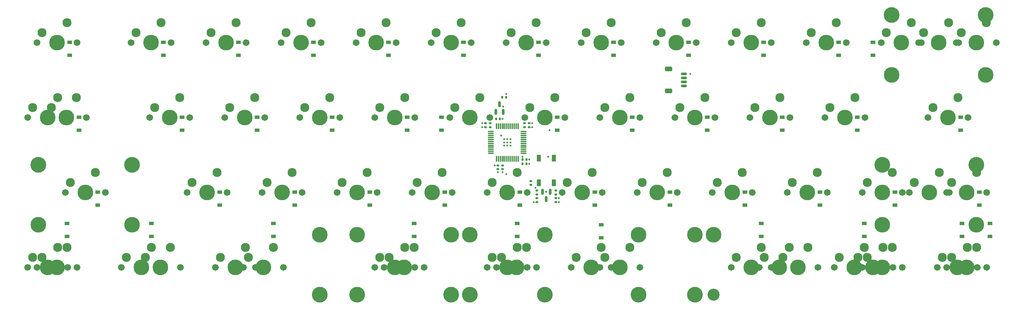
<source format=gbr>
%TF.GenerationSoftware,KiCad,Pcbnew,(6.99.0-5179-g411efe6f3d)*%
%TF.CreationDate,2023-01-30T17:50:43-08:00*%
%TF.ProjectId,pcb,7063622e-6b69-4636-9164-5f7063625858,rev?*%
%TF.SameCoordinates,Original*%
%TF.FileFunction,Soldermask,Bot*%
%TF.FilePolarity,Negative*%
%FSLAX46Y46*%
G04 Gerber Fmt 4.6, Leading zero omitted, Abs format (unit mm)*
G04 Created by KiCad (PCBNEW (6.99.0-5179-g411efe6f3d)) date 2023-01-30 17:50:43*
%MOMM*%
%LPD*%
G01*
G04 APERTURE LIST*
G04 Aperture macros list*
%AMRoundRect*
0 Rectangle with rounded corners*
0 $1 Rounding radius*
0 $2 $3 $4 $5 $6 $7 $8 $9 X,Y pos of 4 corners*
0 Add a 4 corners polygon primitive as box body*
4,1,4,$2,$3,$4,$5,$6,$7,$8,$9,$2,$3,0*
0 Add four circle primitives for the rounded corners*
1,1,$1+$1,$2,$3*
1,1,$1+$1,$4,$5*
1,1,$1+$1,$6,$7*
1,1,$1+$1,$8,$9*
0 Add four rect primitives between the rounded corners*
20,1,$1+$1,$2,$3,$4,$5,0*
20,1,$1+$1,$4,$5,$6,$7,0*
20,1,$1+$1,$6,$7,$8,$9,0*
20,1,$1+$1,$8,$9,$2,$3,0*%
G04 Aperture macros list end*
%ADD10C,1.701800*%
%ADD11C,3.987800*%
%ADD12C,2.300000*%
%ADD13C,3.048000*%
%ADD14C,4.000000*%
%ADD15R,1.200000X0.900000*%
%ADD16RoundRect,0.140000X0.140000X0.170000X-0.140000X0.170000X-0.140000X-0.170000X0.140000X-0.170000X0*%
%ADD17RoundRect,0.150000X0.150000X-0.587500X0.150000X0.587500X-0.150000X0.587500X-0.150000X-0.587500X0*%
%ADD18RoundRect,0.140000X0.170000X-0.140000X0.170000X0.140000X-0.170000X0.140000X-0.170000X-0.140000X0*%
%ADD19RoundRect,0.140000X-0.140000X-0.170000X0.140000X-0.170000X0.140000X0.170000X-0.140000X0.170000X0*%
%ADD20RoundRect,0.140000X-0.170000X0.140000X-0.170000X-0.140000X0.170000X-0.140000X0.170000X0.140000X0*%
%ADD21R,1.000000X1.700000*%
%ADD22RoundRect,0.150000X0.625000X-0.150000X0.625000X0.150000X-0.625000X0.150000X-0.625000X-0.150000X0*%
%ADD23RoundRect,0.250000X0.650000X-0.350000X0.650000X0.350000X-0.650000X0.350000X-0.650000X-0.350000X0*%
%ADD24RoundRect,0.135000X-0.185000X0.135000X-0.185000X-0.135000X0.185000X-0.135000X0.185000X0.135000X0*%
%ADD25RoundRect,0.150000X-0.150000X0.587500X-0.150000X-0.587500X0.150000X-0.587500X0.150000X0.587500X0*%
%ADD26RoundRect,0.075000X0.075000X-0.662500X0.075000X0.662500X-0.075000X0.662500X-0.075000X-0.662500X0*%
%ADD27RoundRect,0.075000X0.662500X-0.075000X0.662500X0.075000X-0.662500X0.075000X-0.662500X-0.075000X0*%
%ADD28C,0.500000*%
G04 APERTURE END LIST*
D10*
%TO.C,SW10*%
X-109934652Y39687600D03*
D11*
X-115014652Y39687600D03*
D10*
X-120094652Y39687600D03*
D12*
X-118824652Y42227600D03*
X-112474652Y44767600D03*
%TD*%
D10*
%TO.C,SW48*%
X61515780Y39687600D03*
D11*
X56435780Y39687600D03*
D10*
X51355780Y39687600D03*
D12*
X52625780Y42227600D03*
X58975780Y44767600D03*
%TD*%
D10*
%TO.C,SW49*%
X35321964Y20637552D03*
D11*
X30241964Y20637552D03*
D10*
X25161964Y20637552D03*
D12*
X26431964Y23177552D03*
X32781964Y25717552D03*
%TD*%
D10*
%TO.C,SW41*%
X28178148Y77787696D03*
D11*
X23098148Y77787696D03*
D10*
X18018148Y77787696D03*
D12*
X19288148Y80327696D03*
X25638148Y82867696D03*
%TD*%
D10*
%TO.C,SW25*%
X-12382544Y20637552D03*
D11*
X-17462544Y20637552D03*
D10*
X-22542544Y20637552D03*
D12*
X-21272544Y23177552D03*
X-14922544Y25717552D03*
%TD*%
D10*
%TO.C,SW1*%
X-155813492Y58737648D03*
D11*
X-150733492Y58737648D03*
D10*
X-145653492Y58737648D03*
D12*
X-154543492Y61277648D03*
X-148193492Y63817648D03*
%TD*%
D10*
%TO.C,SW57*%
X80565828Y20637552D03*
D11*
X75485828Y20637552D03*
D10*
X70405828Y20637552D03*
D12*
X71675828Y23177552D03*
X78025828Y25717552D03*
%TD*%
D10*
%TO.C,SW8*%
X-124222188Y77787696D03*
D11*
X-129302188Y77787696D03*
D10*
X-134382188Y77787696D03*
D12*
X-133112188Y80327696D03*
X-126762188Y82867696D03*
%TD*%
D10*
%TO.C,SW60*%
X82947084Y20637552D03*
D11*
X77867084Y20637552D03*
D10*
X72787084Y20637552D03*
D12*
X74057084Y23177552D03*
X80407084Y25717552D03*
%TD*%
D10*
%TO.C,SW55*%
X59134524Y20637552D03*
D11*
X54054524Y20637552D03*
D10*
X48974524Y20637552D03*
D12*
X50244524Y23177552D03*
X56594524Y25717552D03*
%TD*%
D10*
%TO.C,SW59*%
X82947084Y39687600D03*
D11*
X77867084Y39687600D03*
D10*
X72787084Y39687600D03*
D12*
X74057084Y42227600D03*
X80407084Y44767600D03*
%TD*%
D10*
%TO.C,SW15*%
X-90884604Y39687600D03*
D11*
X-95964604Y39687600D03*
D10*
X-101044604Y39687600D03*
D12*
X-99774604Y42227600D03*
X-93424604Y44767600D03*
%TD*%
D10*
%TO.C,SW36*%
X-5159388Y58737648D03*
D11*
X-10239388Y58737648D03*
D10*
X-15319388Y58737648D03*
D12*
X-14049388Y61277648D03*
X-7699388Y63817648D03*
%TD*%
D10*
%TO.C,SW33*%
X-14684412Y39687600D03*
D11*
X-19764412Y39687600D03*
D10*
X-24844412Y39687600D03*
D12*
X-23574412Y42227600D03*
X-17224412Y44767600D03*
%TD*%
D10*
%TO.C,SW6*%
X-150416004Y20637552D03*
D11*
X-155496004Y20637552D03*
D10*
X-160576004Y20637552D03*
D12*
X-159306004Y23177552D03*
X-152956004Y25717552D03*
%TD*%
D10*
%TO.C,SW30*%
X-31353204Y20637552D03*
D11*
X-36433204Y20637552D03*
D10*
X-41513204Y20637552D03*
D12*
X-40243204Y23177552D03*
X-33893204Y25717552D03*
%TD*%
D10*
%TO.C,SW31*%
X-28971948Y77787696D03*
D11*
X-34051948Y77787696D03*
D10*
X-39131948Y77787696D03*
D12*
X-37861948Y80327696D03*
X-31511948Y82867696D03*
%TD*%
D10*
%TO.C,SW21*%
X-62309532Y20637552D03*
D11*
X-67389532Y20637552D03*
D10*
X-72469532Y20637552D03*
D12*
X-71199532Y23177552D03*
X-64849532Y25717552D03*
%TD*%
D10*
%TO.C,SW7*%
X-121840932Y20637552D03*
D11*
X-126920932Y20637552D03*
D10*
X-132000932Y20637552D03*
D12*
X-130730932Y23177552D03*
X-124380932Y25717552D03*
%TD*%
D13*
%TO.C,S5*%
X-86439460Y13652552D03*
D11*
X8810540Y28892552D03*
D13*
X8810540Y13652552D03*
D11*
X-86439460Y28892552D03*
%TD*%
D10*
%TO.C,SW13*%
X-105172140Y77787696D03*
D11*
X-110252140Y77787696D03*
D10*
X-115332140Y77787696D03*
D12*
X-114062140Y80327696D03*
X-107712140Y82867696D03*
%TD*%
D10*
%TO.C,SW5*%
X-140890980Y39687600D03*
D11*
X-145970980Y39687600D03*
D10*
X-151050980Y39687600D03*
D12*
X-149780980Y42227600D03*
X-143430980Y44767600D03*
%TD*%
D10*
%TO.C,SW16*%
X-102790884Y20637552D03*
D11*
X-107870884Y20637552D03*
D10*
X-112950884Y20637552D03*
D12*
X-111680884Y23177552D03*
X-105330884Y25717552D03*
%TD*%
D10*
%TO.C,SW24*%
X-52784508Y39687600D03*
D11*
X-57864508Y39687600D03*
D10*
X-62944508Y39687600D03*
D12*
X-61674508Y42227600D03*
X-55324508Y44767600D03*
%TD*%
D10*
%TO.C,SW23*%
X-62309532Y58737648D03*
D11*
X-67389532Y58737648D03*
D10*
X-72469532Y58737648D03*
D12*
X-71199532Y61277648D03*
X-64849532Y63817648D03*
%TD*%
D10*
%TO.C,SW46*%
X47228244Y77787696D03*
D11*
X42148244Y77787696D03*
D10*
X37068244Y77787696D03*
D12*
X38338244Y80327696D03*
X44688244Y82867696D03*
%TD*%
D11*
%TO.C,S2*%
X-134064730Y31432600D03*
X-157877230Y31432600D03*
D14*
X-134064730Y46672600D03*
X-157877230Y46672600D03*
%TD*%
D10*
%TO.C,SW26*%
X-48021996Y77787696D03*
D11*
X-53101996Y77787696D03*
D10*
X-58181996Y77787696D03*
D12*
X-56911996Y80327696D03*
X-50561996Y82867696D03*
%TD*%
D11*
%TO.C,S8*%
X-29289406Y28892552D03*
D14*
X-5476906Y13652552D03*
D11*
X-5476906Y28892552D03*
D14*
X-29289406Y13652552D03*
%TD*%
D10*
%TO.C,SW29*%
X-5159388Y20637552D03*
D11*
X-10239388Y20637552D03*
D10*
X-15319388Y20637552D03*
D12*
X-14049388Y23177552D03*
X-7699388Y25717552D03*
%TD*%
D10*
%TO.C,SW43*%
X42465732Y39687600D03*
D11*
X37385732Y39687600D03*
D10*
X32305732Y39687600D03*
D12*
X33575732Y42227600D03*
X39925732Y44767600D03*
%TD*%
D10*
%TO.C,SW37*%
X4365636Y39687600D03*
D11*
X-714364Y39687600D03*
D10*
X-5794364Y39687600D03*
D12*
X-4524364Y42227600D03*
X1825636Y44767600D03*
%TD*%
D10*
%TO.C,SW50*%
X54372012Y20637552D03*
D11*
X49292012Y20637552D03*
D10*
X44212012Y20637552D03*
D12*
X45482012Y23177552D03*
X51832012Y25717552D03*
%TD*%
D10*
%TO.C,SW2*%
X-148034748Y20637552D03*
D11*
X-153114748Y20637552D03*
D10*
X-158194748Y20637552D03*
D12*
X-156924748Y23177552D03*
X-150574748Y25717552D03*
%TD*%
D10*
%TO.C,SW56*%
X75803316Y77787696D03*
D11*
X70723316Y77787696D03*
D10*
X65643316Y77787696D03*
D12*
X66913316Y80327696D03*
X73263316Y82867696D03*
%TD*%
D10*
%TO.C,SW47*%
X51990756Y58737648D03*
D11*
X46910756Y58737648D03*
D10*
X41830756Y58737648D03*
D12*
X43100756Y61277648D03*
X49450756Y63817648D03*
%TD*%
D10*
%TO.C,SW35*%
X-9921900Y77787696D03*
D11*
X-15001900Y77787696D03*
D10*
X-20081900Y77787696D03*
D12*
X-18811900Y80327696D03*
X-12461900Y82867696D03*
%TD*%
D11*
%TO.C,S4*%
X-76914526Y28892552D03*
X-53102026Y28892552D03*
D14*
X-76914526Y13652552D03*
X-53102026Y13652552D03*
%TD*%
D10*
%TO.C,SW42*%
X32940708Y58737648D03*
D11*
X27860708Y58737648D03*
D10*
X22780708Y58737648D03*
D12*
X24050708Y61277648D03*
X30400708Y63817648D03*
%TD*%
D10*
%TO.C,SW32*%
X-24209436Y58737648D03*
D11*
X-29289436Y58737648D03*
D10*
X-34369436Y58737648D03*
D12*
X-33099436Y61277648D03*
X-26749436Y63817648D03*
%TD*%
D10*
%TO.C,SW19*%
X-81359580Y58737648D03*
D11*
X-86439580Y58737648D03*
D10*
X-91519580Y58737648D03*
D12*
X-90249580Y61277648D03*
X-83899580Y63817648D03*
%TD*%
D10*
%TO.C,SW4*%
X-150415992Y58737648D03*
D11*
X-155495992Y58737648D03*
D10*
X-160575992Y58737648D03*
D12*
X-159305992Y61277648D03*
X-152955992Y63817648D03*
%TD*%
D10*
%TO.C,SW40*%
X23415684Y39687600D03*
D11*
X18335684Y39687600D03*
D10*
X13255684Y39687600D03*
D12*
X14525684Y42227600D03*
X20875684Y44767600D03*
%TD*%
D10*
%TO.C,SW9*%
X-119459676Y58737648D03*
D11*
X-124539676Y58737648D03*
D10*
X-129619676Y58737648D03*
D12*
X-128349676Y61277648D03*
X-121999676Y63817648D03*
%TD*%
D10*
%TO.C,SW52*%
X66278292Y77787696D03*
D11*
X61198292Y77787696D03*
D10*
X56118292Y77787696D03*
D12*
X57388292Y80327696D03*
X63738292Y82867696D03*
%TD*%
D11*
%TO.C,S7*%
X-29289388Y28892552D03*
D14*
X-29289388Y13652552D03*
D11*
X8810612Y28892552D03*
D14*
X8810612Y13652552D03*
%TD*%
D10*
%TO.C,SW12*%
X-95647116Y20637552D03*
D11*
X-100727116Y20637552D03*
D10*
X-105807116Y20637552D03*
D12*
X-104537116Y23177552D03*
X-98187116Y25717552D03*
%TD*%
D11*
%TO.C,S6*%
X13573046Y28892552D03*
D13*
X-86439454Y13652552D03*
X13573046Y13652552D03*
D11*
X-86439454Y28892552D03*
%TD*%
D10*
%TO.C,SW61*%
X73422060Y39687600D03*
D11*
X68342060Y39687600D03*
D10*
X63262060Y39687600D03*
D12*
X64532060Y42227600D03*
X70882060Y44767600D03*
%TD*%
D10*
%TO.C,SW51*%
X61515780Y20637552D03*
D11*
X56435780Y20637552D03*
D10*
X51355780Y20637552D03*
D12*
X52625780Y23177552D03*
X58975780Y25717552D03*
%TD*%
D10*
%TO.C,SW34*%
X-33734460Y20637552D03*
D11*
X-38814460Y20637552D03*
D10*
X-43894460Y20637552D03*
D12*
X-42624460Y23177552D03*
X-36274460Y25717552D03*
%TD*%
D10*
%TO.C,SW39*%
X13890660Y58737648D03*
D11*
X8810660Y58737648D03*
D10*
X3730660Y58737648D03*
D12*
X5000660Y61277648D03*
X11350660Y63817648D03*
%TD*%
D10*
%TO.C,SW53*%
X68024572Y58737648D03*
D11*
X73104572Y58737648D03*
D10*
X78184572Y58737648D03*
D12*
X69294572Y61277648D03*
X75644572Y63817648D03*
%TD*%
D10*
%TO.C,SW27*%
X-43259484Y58737648D03*
D11*
X-48339484Y58737648D03*
D10*
X-53419484Y58737648D03*
D12*
X-52149484Y61277648D03*
X-45799484Y63817648D03*
%TD*%
D11*
%TO.C,S1*%
X82629566Y69532696D03*
X58817066Y69532696D03*
D14*
X58817066Y84772696D03*
X82629566Y84772696D03*
%TD*%
D10*
%TO.C,SW22*%
X-67072044Y77787696D03*
D11*
X-72152044Y77787696D03*
D10*
X-77232044Y77787696D03*
D12*
X-75962044Y80327696D03*
X-69612044Y82867696D03*
%TD*%
D10*
%TO.C,SW20*%
X-71834556Y39687600D03*
D11*
X-76914556Y39687600D03*
D10*
X-81994556Y39687600D03*
D12*
X-80724556Y42227600D03*
X-74374556Y44767600D03*
%TD*%
D10*
%TO.C,SW45*%
X40084476Y20637552D03*
D11*
X35004476Y20637552D03*
D10*
X29924476Y20637552D03*
D12*
X31194476Y23177552D03*
X37544476Y25717552D03*
%TD*%
D10*
%TO.C,SW38*%
X9128148Y77787696D03*
D11*
X4048148Y77787696D03*
D10*
X-1031852Y77787696D03*
D12*
X238148Y80327696D03*
X6588148Y82867696D03*
%TD*%
D10*
%TO.C,SW44*%
X28178196Y20637552D03*
D11*
X23098196Y20637552D03*
D10*
X18018196Y20637552D03*
D12*
X19288196Y23177552D03*
X25638196Y25717552D03*
%TD*%
D10*
%TO.C,SW28*%
X-33734460Y39687600D03*
D11*
X-38814460Y39687600D03*
D10*
X-43894460Y39687600D03*
D12*
X-42624460Y42227600D03*
X-36274460Y44767600D03*
%TD*%
D10*
%TO.C,SW17*%
X-59928276Y20637552D03*
D11*
X-65008276Y20637552D03*
D10*
X-70088276Y20637552D03*
D12*
X-68818276Y23177552D03*
X-62468276Y25717552D03*
%TD*%
D10*
%TO.C,SW18*%
X-86122092Y77787696D03*
D11*
X-91202092Y77787696D03*
D10*
X-96282092Y77787696D03*
D12*
X-95012092Y80327696D03*
X-88662092Y82867696D03*
%TD*%
D10*
%TO.C,SW14*%
X-100409628Y58737648D03*
D11*
X-105489628Y58737648D03*
D10*
X-110569628Y58737648D03*
D12*
X-109299628Y61277648D03*
X-102949628Y63817648D03*
%TD*%
D11*
%TO.C,S9*%
X80248310Y31432600D03*
X56435810Y31432600D03*
D14*
X80248310Y46672600D03*
X56435810Y46672600D03*
%TD*%
D10*
%TO.C,SW3*%
X-148034748Y77787696D03*
D11*
X-153114748Y77787696D03*
D10*
X-158194748Y77787696D03*
D12*
X-156924748Y80327696D03*
X-150574748Y82867696D03*
%TD*%
D11*
%TO.C,S3*%
X-86439532Y28892552D03*
D14*
X-86439532Y13652552D03*
D11*
X-48339532Y28892552D03*
D14*
X-48339532Y13652552D03*
%TD*%
D10*
%TO.C,SW11*%
X-126603444Y20637552D03*
D11*
X-131683444Y20637552D03*
D10*
X-136763444Y20637552D03*
D12*
X-135493444Y23177552D03*
X-129143444Y25717552D03*
%TD*%
D10*
%TO.C,SW58*%
X85328340Y77787696D03*
D11*
X80248340Y77787696D03*
D10*
X75168340Y77787696D03*
D12*
X76438340Y80327696D03*
X82788340Y82867696D03*
%TD*%
D15*
%TO.C,D33*%
X21510691Y36450095D03*
X21510691Y39750095D03*
%TD*%
D16*
%TO.C,C12*%
X-40715716Y58340772D03*
X-41675716Y58340772D03*
%TD*%
D15*
%TO.C,D13*%
X-88027083Y74550191D03*
X-88027083Y77850191D03*
%TD*%
%TO.C,D3*%
X-142795971Y36450095D03*
X-142795971Y39750095D03*
%TD*%
%TO.C,D44*%
X51832011Y31812695D03*
X51832011Y28512695D03*
%TD*%
%TO.C,D22*%
X-35639451Y36450095D03*
X-35639451Y39750095D03*
%TD*%
D17*
%TO.C,U2*%
X-39848840Y60181404D03*
X-41748840Y60181404D03*
X-40798840Y62056404D03*
%TD*%
D15*
%TO.C,D1*%
X-149939739Y74550191D03*
X-149939739Y77850191D03*
%TD*%
%TO.C,D4*%
X-150574747Y31812575D03*
X-150574747Y28512575D03*
%TD*%
D18*
%TO.C,C10*%
X-33258196Y56273268D03*
X-33258196Y57233268D03*
%TD*%
D19*
%TO.C,C1*%
X-34928824Y48021996D03*
X-33968824Y48021996D03*
%TD*%
D15*
%TO.C,D29*%
X-7064379Y55500143D03*
X-7064379Y58800143D03*
%TD*%
%TO.C,D34*%
X26273203Y74550191D03*
X26273203Y77850191D03*
%TD*%
D20*
%TO.C,C4*%
X-40005088Y46517616D03*
X-40005088Y45557616D03*
%TD*%
D15*
%TO.C,D25*%
X-26114427Y55500143D03*
X-26114427Y58800143D03*
%TD*%
D18*
%TO.C,C11*%
X-34448824Y56273268D03*
X-34448824Y57233268D03*
%TD*%
D15*
%TO.C,D10*%
X-102314619Y55500143D03*
X-102314619Y58800143D03*
%TD*%
D19*
%TO.C,C2*%
X-34928824Y46914492D03*
X-33968824Y46914492D03*
%TD*%
D15*
%TO.C,D46*%
X76676455Y31812575D03*
X76676455Y28512575D03*
%TD*%
D21*
%TO.C,SW54*%
X-30792559Y48393863D03*
X-30792559Y42093863D03*
X-26992559Y42093863D03*
X-26992559Y48393863D03*
%TD*%
D15*
%TO.C,D12*%
X-98187115Y31812575D03*
X-98187115Y28512575D03*
%TD*%
D20*
%TO.C,C5*%
X-41195716Y46517616D03*
X-41195716Y45557616D03*
%TD*%
D15*
%TO.C,D20*%
X-49926987Y74550191D03*
X-49926987Y77850191D03*
%TD*%
%TO.C,D35*%
X31035715Y55500143D03*
X31035715Y58800143D03*
%TD*%
D20*
%TO.C,C3*%
X-32861320Y42548856D03*
X-32861320Y41588856D03*
%TD*%
D16*
%TO.C,C9*%
X-39128212Y63897036D03*
X-40088212Y63897036D03*
%TD*%
D15*
%TO.C,D37*%
X45323251Y74550191D03*
X45323251Y77850191D03*
%TD*%
%TO.C,D27*%
X-15002247Y31415699D03*
X-15002247Y28115699D03*
%TD*%
%TO.C,D18*%
X-64214523Y55500143D03*
X-64214523Y58800143D03*
%TD*%
%TO.C,D38*%
X50085763Y55500143D03*
X50085763Y58800143D03*
%TD*%
D22*
%TO.C,J1*%
X6048148Y66762672D03*
X6048148Y67762672D03*
X6048148Y68762672D03*
X6048148Y69762672D03*
D23*
X2173148Y71062672D03*
X2173148Y65462672D03*
%TD*%
D15*
%TO.C,D14*%
X-83264571Y55500143D03*
X-83264571Y58800143D03*
%TD*%
D24*
%TO.C,R3*%
X-26511304Y40197600D03*
X-26511304Y39177600D03*
%TD*%
%TO.C,R2*%
X-31273816Y38213220D03*
X-31273816Y37193220D03*
%TD*%
D15*
%TO.C,D11*%
X-92789595Y36450095D03*
X-92789595Y39750095D03*
%TD*%
D25*
%TO.C,Q1*%
X-29842560Y39831348D03*
X-27942560Y39831348D03*
X-28892560Y37956348D03*
%TD*%
D15*
%TO.C,D23*%
X-36274459Y31812575D03*
X-36274459Y28512575D03*
%TD*%
%TO.C,D19*%
X-54689499Y36450095D03*
X-54689499Y39750095D03*
%TD*%
%TO.C,D31*%
X7223155Y74550191D03*
X7223155Y77850191D03*
%TD*%
%TO.C,D40*%
X25638195Y31750079D03*
X25638195Y28450079D03*
%TD*%
%TO.C,D8*%
X-129143443Y31812575D03*
X-129143443Y28512575D03*
%TD*%
%TO.C,D41*%
X54054523Y74550191D03*
X54054523Y77850191D03*
%TD*%
%TO.C,D30*%
X2460643Y36450095D03*
X2460643Y39750095D03*
%TD*%
%TO.C,D32*%
X11985667Y55500143D03*
X11985667Y58800143D03*
%TD*%
%TO.C,D2*%
X-147558483Y55500143D03*
X-147558483Y58800143D03*
%TD*%
%TO.C,D6*%
X-121364667Y55500143D03*
X-121364667Y58800143D03*
%TD*%
D18*
%TO.C,C7*%
X-43180096Y56273268D03*
X-43180096Y57233268D03*
%TD*%
D15*
%TO.C,D42*%
X76279579Y55500143D03*
X76279579Y58800143D03*
%TD*%
D18*
%TO.C,C8*%
X-44370724Y56273268D03*
X-44370724Y57233268D03*
%TD*%
D24*
%TO.C,R1*%
X-31273816Y40197600D03*
X-31273816Y39177600D03*
%TD*%
D15*
%TO.C,D39*%
X59610787Y36450095D03*
X59610787Y39750095D03*
%TD*%
%TO.C,D43*%
X81042091Y36450095D03*
X81042091Y39750095D03*
%TD*%
%TO.C,D24*%
X-30876939Y74550191D03*
X-30876939Y77850191D03*
%TD*%
%TO.C,D7*%
X-111839643Y36450095D03*
X-111839643Y39750095D03*
%TD*%
%TO.C,D15*%
X-73739547Y36450095D03*
X-73739547Y39750095D03*
%TD*%
%TO.C,D28*%
X-11826891Y74550191D03*
X-11826891Y77850191D03*
%TD*%
D20*
%TO.C,C6*%
X-26511304Y38183220D03*
X-26511304Y37223220D03*
%TD*%
D15*
%TO.C,D17*%
X-68977035Y74550191D03*
X-68977035Y77850191D03*
%TD*%
%TO.C,D45*%
X83740835Y31812575D03*
X83740835Y28512575D03*
%TD*%
D26*
%TO.C,U1*%
X-36064460Y48225132D03*
X-36564460Y48225132D03*
X-37064460Y48225132D03*
X-37564460Y48225132D03*
X-38064460Y48225132D03*
X-38564460Y48225132D03*
X-39064460Y48225132D03*
X-39564460Y48225132D03*
X-40064460Y48225132D03*
X-40564460Y48225132D03*
X-41064460Y48225132D03*
X-41564460Y48225132D03*
D27*
X-42976960Y49637632D03*
X-42976960Y50137632D03*
X-42976960Y50637632D03*
X-42976960Y51137632D03*
X-42976960Y51637632D03*
X-42976960Y52137632D03*
X-42976960Y52637632D03*
X-42976960Y53137632D03*
X-42976960Y53637632D03*
X-42976960Y54137632D03*
X-42976960Y54637632D03*
X-42976960Y55137632D03*
D26*
X-41564460Y56550132D03*
X-41064460Y56550132D03*
X-40564460Y56550132D03*
X-40064460Y56550132D03*
X-39564460Y56550132D03*
X-39064460Y56550132D03*
X-38564460Y56550132D03*
X-38064460Y56550132D03*
X-37564460Y56550132D03*
X-37064460Y56550132D03*
X-36564460Y56550132D03*
X-36064460Y56550132D03*
D27*
X-34651960Y55137632D03*
X-34651960Y54637632D03*
X-34651960Y54137632D03*
X-34651960Y53637632D03*
X-34651960Y53137632D03*
X-34651960Y52637632D03*
X-34651960Y52137632D03*
X-34651960Y51637632D03*
X-34651960Y51137632D03*
X-34651960Y50637632D03*
X-34651960Y50137632D03*
X-34651960Y49637632D03*
%TD*%
D15*
%TO.C,D21*%
X-55483251Y55500143D03*
X-55483251Y58800143D03*
%TD*%
%TO.C,D5*%
X-126127179Y74550191D03*
X-126127179Y77850191D03*
%TD*%
%TO.C,D36*%
X40560739Y36450095D03*
X40560739Y39750095D03*
%TD*%
%TO.C,D16*%
X-62468275Y31812695D03*
X-62468275Y28512695D03*
%TD*%
%TO.C,D26*%
X-16589403Y36450095D03*
X-16589403Y39750095D03*
%TD*%
%TO.C,D9*%
X-107077131Y74550191D03*
X-107077131Y77850191D03*
%TD*%
D28*
X-34928824Y48732624D03*
X-32464444Y56273268D03*
X-28412560Y48732624D03*
X-45164476Y56273268D03*
X-41989468Y46517616D03*
X-31670692Y40878228D03*
X-40005088Y58340772D03*
X-45164476Y57233268D03*
X-39848840Y61515780D03*
X-38814748Y53181446D03*
X-38020998Y51593946D03*
X-28892560Y39831348D03*
X-39608498Y51593946D03*
X-38020998Y53181446D03*
X-32464444Y57233268D03*
X-41195716Y44846988D03*
X-32067568Y37193220D03*
X7620032Y69762672D03*
X-25717552Y37223220D03*
X-33258196Y46914492D03*
X-33258196Y48021996D03*
X-39608498Y53181446D03*
X-40005088Y44846988D03*
X-39608498Y52387696D03*
X-38814748Y51593946D03*
X-38814748Y52387696D03*
X-39128212Y64690788D03*
X-38020998Y52387696D03*
X-25717552Y38183220D03*
X-39064460Y44303236D03*
X-40401964Y54130279D03*
X-28098808Y55500144D03*
M02*

</source>
